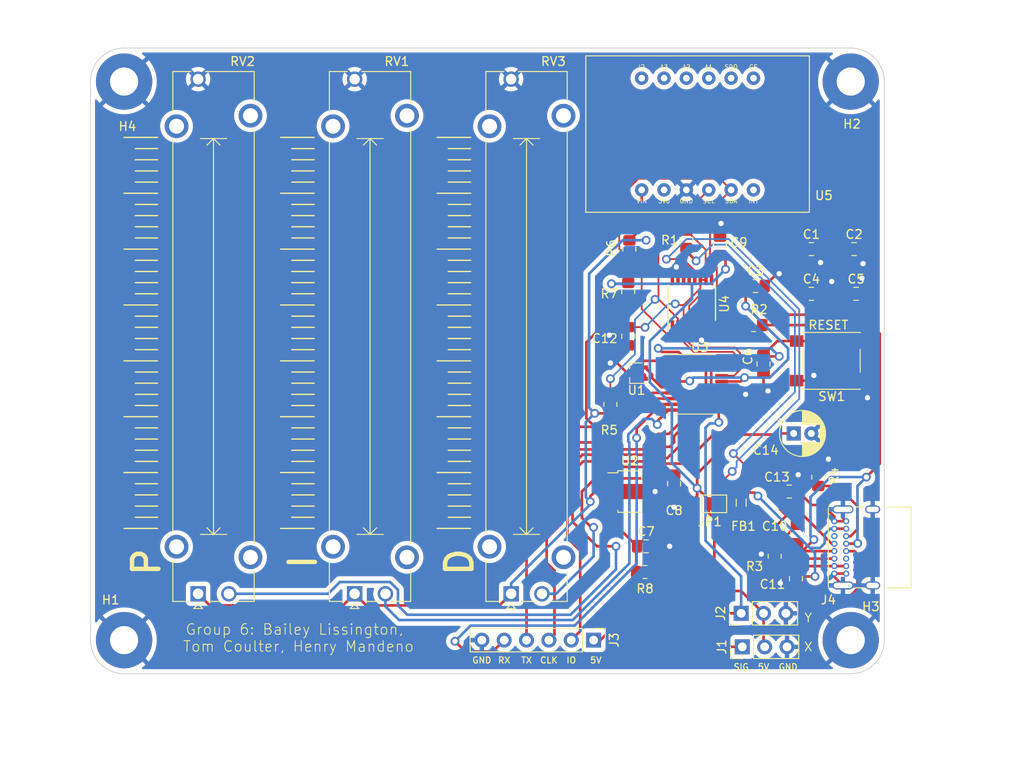
<source format=kicad_pcb>
(kicad_pcb (version 20211014) (generator pcbnew)
  (title_block (title "Stabilised Rocket Platform PCB") (date "2022-08-16") (company "Bailey Lissington, Tom Coulter, Henry Mandeno"))
  (layers (0 "F.Cu" signal) (31 "B.Cu" signal) (34 "B.Paste" user) (35 "F.Paste" user) (36 "B.SilkS" user "B.Silkscreen") (37 "F.SilkS" user "F.Silkscreen") (38 "B.Mask" user) (39 "F.Mask" user) (44 "Edge.Cuts" user))
  (net 0 "")
  (net 1 "+3.3V")
  (net 2 "GND")
  (net 3 "Net-(C6-Pad1)")
  (net 4 "+5V")
  (net 5 "USBDP")
  (net 6 "Net-(C11-Pad1)")
  (net 7 "FTDI_3V3")
  (net 8 "USBDM")
  (net 9 "SERVO1_SIG")
  (net 10 "SERVO2_SIG")
  (net 11 "SWDIO")
  (net 12 "SWCLK")
  (net 13 "MCU_TX")
  (net 14 "MCU_RX")
  (net 15 "Net-(J4-PadA5)")
  (net 17 "Net-(J4-PadB5)")
  (net 19 "Net-(R1-Pad2)")
  (net 20 "Net-(R2-Pad2)")
  (net 21 "SCL")
  (net 22 "SDA")
  (net 23 "POT1")
  (net 24 "POT2")
  (net 25 "POT3")
  (net 26 "HSE_OSC")
  (net 33 "Net-(JP1-Pad2)")
  (footprint "Potentiometer_THT:Potentiometer_Bourns_PTA4543_Single_Slide" (layer "F.Cu") (at 116.36 124.27 90)
    (fp_text reference "RV3")
    (fp_text value "R_Potentiometer")
  )
  (footprint "Connector_PinHeader_2.54mm:PinHeader_1x06_P2.54mm_Vertical" (layer "F.Cu") (at 125.73 129.54 -90)
    (fp_text reference "J3")
    (fp_text value "Conn_01x06_Male")
  )
  (footprint "MountingHole:MountingHole_3.2mm_M3_Pad" (layer "F.Cu") (at 154.94 129.54)
    (fp_text reference "H3")
    (fp_text value "MountingHole_Pad")
  )
  (footprint "Resistor_SMD:R_0805_2012Metric_Pad1.20x1.40mm_HandSolder" (layer "F.Cu") (at 146.304 119.999 90)
    (fp_text reference "R3")
    (fp_text value "5.1k")
  )
  (footprint "MountingHole:MountingHole_3.2mm_M3_Pad" (layer "F.Cu") (at 72.39 129.54)
    (fp_text reference "H1")
    (fp_text value "MountingHole_Pad")
  )
  (footprint "Connector_PinHeader_2.54mm:PinHeader_1x03_P2.54mm_Vertical" (layer "F.Cu") (at 142.621 130.302 90)
    (fp_text reference "J1")
    (fp_text value "Conn_01x03_Male")
  )
  (footprint "Resistor_SMD:R_0805_2012Metric_Pad1.20x1.40mm_HandSolder" (layer "F.Cu") (at 129.667 89.932 -90)
    (fp_text reference "R7")
    (fp_text value "4.7k")
  )
  (footprint "Package_TO_SOT_SMD:SOT-323_SC-70" (layer "F.Cu") (at 130.556 99.187 180)
    (fp_text reference "U1")
    (fp_text value "MAX7375AXR805")
  )
  (footprint "Resistor_SMD:R_0805_2012Metric_Pad1.20x1.40mm_HandSolder" (layer "F.Cu") (at 143.891 93.726 180)
    (fp_text reference "R2")
    (fp_text value "27R")
  )
  (footprint "Resistor_SMD:R_0805_2012Metric_Pad1.20x1.40mm_HandSolder" (layer "F.Cu") (at 127.635 102.743 90)
    (fp_text reference "R5")
    (fp_text value "2.2k")
  )
  (footprint "Capacitor_THT:CP_Radial_D5.0mm_P2.00mm" (layer "F.Cu") (at 148.463 106.045)
    (fp_text reference "C14")
    (fp_text value "4.7u")
  )
  (footprint "Capacitor_SMD:C_0805_2012Metric_Pad1.18x1.45mm_HandSolder" (layer "F.Cu") (at 147.955 112.649)
    (fp_text reference "C13")
    (fp_text value "47p")
  )
  (footprint "Package_SO:SSOP-16_3.9x4.9mm_P0.635mm" (layer "F.Cu") (at 136.906 91.186 90)
    (fp_text reference "U4")
    (fp_text value "FT201XS")
  )
  (footprint "Capacitor_SMD:C_0805_2012Metric_Pad1.18x1.45mm_HandSolder" (layer "F.Cu") (at 134.874 111.76 -90)
    (fp_text reference "C8")
    (fp_text value "10u")
  )
  (footprint "Package_TO_SOT_SMD:SOT-89-3" (layer "F.Cu") (at 129.54 112.649)
    (fp_text reference "U2")
    (fp_text value "AP7370-33Y")
  )
  (footprint "Capacitor_SMD:C_0805_2012Metric_Pad1.18x1.45mm_HandSolder" (layer "F.Cu") (at 148.844 117.475 90)
    (fp_text reference "C10")
    (fp_text value "47p")
  )
  (footprint "Package_SO:TSSOP-20_4.4x6.5mm_P0.65mm" (layer "F.Cu") (at 137.414 100.457)
    (fp_text reference "U3")
    (fp_text value "STM32L011F3Px")
  )
  (footprint "MountingHole:MountingHole_3.2mm_M3_Pad" (layer "F.Cu") (at 154.94 66.04)
    (fp_text reference "H2")
    (fp_text value "MountingHole_Pad")
  )
  (footprint "Potentiometer_THT:Potentiometer_Bourns_PTA4543_Single_Slide" (layer "F.Cu") (at 98.58 124.27 90)
    (fp_text reference "RV1")
    (fp_text value "R_Potentiometer")
  )
  (footprint "Resistor_SMD:R_0805_2012Metric_Pad1.20x1.40mm_HandSolder" (layer "F.Cu") (at 151.257 111.014 90)
    (fp_text reference "R4")
    (fp_text value "5.1k")
  )
  (footprint "CustomFootprints:LIS3DH Accelerometer" (layer "F.Cu") (at 137.541 72.009)
    (fp_text reference "U5")
    (fp_text value "LIS3DH")
  )
  (footprint "Capacitor_SMD:C_0805_2012Metric_Pad1.18x1.45mm_HandSolder" (layer "F.Cu") (at 155.5535 90.17)
    (fp_text reference "C5")
    (fp_text value "1u")
  )
  (footprint "Capacitor_SMD:C_0805_2012Metric_Pad1.18x1.45mm_HandSolder" (layer "F.Cu") (at 131.699 118.872)
    (fp_text reference "C7")
    (fp_text value "10u")
  )
  (footprint "Jumper:SolderJumper-2_P1.3mm_Open_Pad1.0x1.5mm" (layer "F.Cu") (at 139.446 114.046)
    (fp_text reference "JP1")
    (fp_text value "SolderJumper")
  )
  (footprint "Button_Switch_SMD:SW_SPST_PTS645" (layer "F.Cu") (at 152.781 97.79 180)
    (fp_text reference "SW1")
    (fp_text value "SW_Push")
  )
  (footprint "Resistor_SMD:R_0805_2012Metric_Pad1.20x1.40mm_HandSolder" (layer "F.Cu") (at 129.794 85.09 -90)
    (fp_text reference "R6")
    (fp_text value "2.2k")
  )
  (footprint "Capacitor_SMD:C_0805_2012Metric_Pad1.18x1.45mm_HandSolder" (layer "F.Cu") (at 140.081 84.709 90)
    (fp_text reference "C9")
    (fp_text value "0.1u")
  )
  (footprint "Capacitor_SMD:C_0805_2012Metric_Pad1.18x1.45mm_HandSolder" (layer "F.Cu") (at 145.034 98.1495 -90)
    (fp_text reference "C6")
    (fp_text value "0.1u")
  )
  (footprint "Connector_USB:USB_C_Receptacle_GCT_USB4085" (layer "F.Cu") (at 153.074 121.974 90)
    (fp_text reference "J4")
    (fp_text value "USB_C_Receptacle_USB2.0")
  )
  (footprint "Connector_PinHeader_2.54mm:PinHeader_1x03_P2.54mm_Vertical" (layer "F.Cu") (at 142.494 126.492 90)
    (fp_text reference "J2")
    (fp_text value "Conn_01x03_Male")
  )
  (footprint "Capacitor_SMD:C_0805_2012Metric_Pad1.18x1.45mm_HandSolder" (layer "F.Cu") (at 148.717 122.555 -90)
    (fp_text reference "C11")
    (fp_text value "10n")
  )
  (footprint "Inductor_SMD:L_0805_2012Metric_Pad1.05x1.20mm_HandSolder" (layer "F.Cu") (at 142.494 113.919 -90)
    (fp_text reference "FB1")
    (fp_text value "FerriteBead")
  )
  (footprint "Capacitor_SMD:C_0805_2012Metric_Pad1.18x1.45mm_HandSolder" (layer "F.Cu") (at 150.4735 90.17)
    (fp_text reference "C4")
    (fp_text value "0.1u")
  )
  (footprint "Resistor_SMD:R_0805_2012Metric_Pad1.20x1.40mm_HandSolder" (layer "F.Cu") (at 131.572 121.793)
    (fp_text reference "R8")
    (fp_text value "4.7k")
  )
  (footprint "Capacitor_SMD:C_0805_2012Metric_Pad1.18x1.45mm_HandSolder" (layer "F.Cu") (at 155.321 85.09)
    (fp_text reference "C2")
    (fp_text value "0.1u")
  )
  (footprint "MountingHole:MountingHole_3.2mm_M3_Pad" (layer "F.Cu") (at 72.39 66.04)
    (fp_text reference "H4")
    (fp_text value "MountingHole_Pad")
  )
  (footprint "Capacitor_SMD:C_0805_2012Metric_Pad1.18x1.45mm_HandSolder" (layer "F.Cu") (at 129.667 94.996 -90)
    (fp_text reference "C12")
    (fp_text value "0.1u")
  )
  (footprint "Potentiometer_THT:Potentiometer_Bourns_PTA4543_Single_Slide" (layer "F.Cu") (at 80.8 124.27 90)
    (fp_text reference "RV2")
    (fp_text value "R_Potentiometer")
  )
  (footprint "Capacitor_SMD:C_0805_2012Metric_Pad1.18x1.45mm_HandSolder" (layer "F.Cu") (at 150.4735 85.09)
    (fp_text reference "C1")
    (fp_text value "10u")
  )
  (footprint "Resistor_SMD:R_0805_2012Metric_Pad1.20x1.40mm_HandSolder" (layer "F.Cu") (at 136.271 83.963 90)
    (fp_text reference "R1")
    (fp_text value "27R")
  )
  (footprint "Capacitor_SMD:C_0805_2012Metric_Pad1.18x1.45mm_HandSolder" (layer "F.Cu") (at 144.1235 89.281)
    (fp_text reference "C3")
    (fp_text value "0.1u")
  )
  (gr_line (start 76.2 78.74) (end 72.39 78.74) (layer "F.SilkS") (width 0.15))
  (gr_line (start 93.98 82.55) (end 91.44 82.55) (layer "F.SilkS") (width 0.15))
  (gr_line (start 93.98 91.44) (end 90.17 91.44) (layer "F.SilkS") (width 0.15))
  (gr_line (start 76.2 100.33) (end 73.66 100.33) (layer "F.SilkS") (width 0.15))
  (gr_line (start 111.76 115.57) (end 109.22 115.57) (layer "F.SilkS") (width 0.15))
  (gr_line (start 76.2 109.22) (end 73.66 109.22) (layer "F.SilkS") (width 0.15))
  (gr_line (start 76.2 96.52) (end 73.66 96.52) (layer "F.SilkS") (width 0.15))
  (gr_line (start 93.98 74.93) (end 91.44 74.93) (layer "F.SilkS") (width 0.15))
  (gr_line (start 111.76 73.66) (end 109.22 73.66) (layer "F.SilkS") (width 0.15))
  (gr_line (start 93.98 90.17) (end 91.44 90.17) (layer "F.SilkS") (width 0.15))
  (gr_line (start 76.2 74.93) (end 73.66 74.93) (layer "F.SilkS") (width 0.15))
  (gr_line (start 93.98 88.9) (end 91.44 88.9) (layer "F.SilkS") (width 0.15))
  (gr_line (start 111.76 100.33) (end 109.22 100.33) (layer "F.SilkS") (width 0.15))
  (gr_line (start 76.2 104.14) (end 72.39 104.14) (layer "F.SilkS") (width 0.15))
  (gr_line (start 111.76 107.95) (end 109.22 107.95) (layer "F.SilkS") (width 0.15))
  (gr_line (start 76.2 105.41) (end 73.66 105.41) (layer "F.SilkS") (width 0.15))
  (gr_line (start 93.98 92.71) (end 91.44 92.71) (layer "F.SilkS") (width 0.15))
  (gr_line (start 111.76 91.44) (end 107.95 91.44) (layer "F.SilkS") (width 0.15))
  (gr_line (start 111.76 83.82) (end 109.22 83.82) (layer "F.SilkS") (width 0.15))
  (gr_line (start 76.2 88.9) (end 73.66 88.9) (layer "F.SilkS") (width 0.15))
  (gr_line (start 76.2 82.55) (end 73.66 82.55) (layer "F.SilkS") (width 0.15))
  (gr_line (start 93.98 99.06) (end 91.44 99.06) (layer "F.SilkS") (width 0.15))
  (gr_line (start 111.76 96.52) (end 109.22 96.52) (layer "F.SilkS") (width 0.15))
  (gr_line (start 111.76 81.28) (end 109.22 81.28) (layer "F.SilkS") (width 0.15))
  (gr_line (start 93.98 115.57) (end 91.44 115.57) (layer "F.SilkS") (width 0.15))
  (gr_line (start 76.2 86.36) (end 73.66 86.36) (layer "F.SilkS") (width 0.15))
  (gr_line (start 76.2 102.87) (end 73.66 102.87) (layer "F.SilkS") (width 0.15))
  (gr_line (start 111.76 110.49) (end 107.95 110.49) (layer "F.SilkS") (width 0.15))
  (gr_line (start 76.2 85.09) (end 72.39 85.09) (layer "F.SilkS") (width 0.15))
  (gr_line (start 111.76 74.93) (end 109.22 74.93) (layer "F.SilkS") (width 0.15))
  (gr_line (start 76.2 76.2) (end 73.66 76.2) (layer "F.SilkS") (width 0.15))
  (gr_line (start 76.2 83.82) (end 73.66 83.82) (layer "F.SilkS") (width 0.15))
  (gr_line (start 111.76 80.01) (end 109.22 80.01) (layer "F.SilkS") (width 0.15))
  (gr_line (start 111.76 85.09) (end 107.95 85.09) (layer "F.SilkS") (width 0.15))
  (gr_line (start 76.2 80.01) (end 73.66 80.01) (layer "F.SilkS") (width 0.15))
  (gr_line (start 93.98 105.41) (end 91.44 105.41) (layer "F.SilkS") (width 0.15))
  (gr_line (start 76.2 87.63) (end 73.66 87.63) (layer "F.SilkS") (width 0.15))
  (gr_line (start 111.76 99.06) (end 109.22 99.06) (layer "F.SilkS") (width 0.15))
  (gr_line (start 93.98 93.98) (end 91.44 93.98) (layer "F.SilkS") (width 0.15))
  (gr_line (start 111.76 82.55) (end 109.22 82.55) (layer "F.SilkS") (width 0.15))
  (gr_line (start 93.98 113.03) (end 91.44 113.03) (layer "F.SilkS") (width 0.15))
  (gr_line (start 93.98 86.36) (end 91.44 86.36) (layer "F.SilkS") (width 0.15))
  (gr_line (start 93.98 77.47) (end 91.44 77.47) (layer "F.SilkS") (width 0.15))
  (gr_line (start 93.98 81.28) (end 91.44 81.28) (layer "F.SilkS") (width 0.15))
  (gr_line (start 111.76 97.79) (end 107.95 97.79) (layer "F.SilkS") (width 0.15))
  (gr_line (start 93.98 101.6) (end 91.44 101.6) (layer "F.SilkS") (width 0.15))
  (gr_line (start 111.76 106.68) (end 109.22 106.68) (layer "F.SilkS") (width 0.15))
  (gr_line (start 111.76 95.25) (end 109.22 95.25) (layer "F.SilkS") (width 0.15))
  (gr_line (start 76.2 97.79) (end 72.39 97.79) (layer "F.SilkS") (width 0.15))
  (gr_line (start 111.76 111.76) (end 109.22 111.76) (layer "F.SilkS") (width 0.15))
  (gr_line (start 93.98 83.82) (end 91.44 83.82) (layer "F.SilkS") (width 0.15))
  (gr_line (start 76.2 101.6) (end 73.66 101.6) (layer "F.SilkS") (width 0.15))
  (gr_line (start 76.2 81.28) (end 73.66 81.28) (layer "F.SilkS") (width 0.15))
  (gr_line (start 76.2 110.49) (end 72.39 110.49) (layer "F.SilkS") (width 0.15))
  (gr_line (start 76.2 95.25) (end 73.66 95.25) (layer "F.SilkS") (width 0.15))
  (gr_line (start 111.76 87.63) (end 109.22 87.63) (layer "F.SilkS") (width 0.15))
  (gr_line (start 93.98 85.09) (end 90.17 85.09) (layer "F.SilkS") (width 0.15))
  (gr_line (start 93.98 107.95) (end 91.44 107.95) (layer "F.SilkS") (width 0.15))
  (gr_line (start 93.98 111.76) (end 91.44 111.76) (layer "F.SilkS") (width 0.15))
  (gr_line (start 76.2 72.39) (end 72.39 72.39) (layer "F.SilkS") (width 0.15))
  (gr_line (start 76.2 116.84) (end 72.39 116.84) (layer "F.SilkS") (width 0.15))
  (gr_line (start 93.98 116.84) (end 90.17 116.84) (layer "F.SilkS") (width 0.15))
  (gr_line (start 93.98 96.52) (end 91.44 96.52) (layer "F.SilkS") (width 0.15))
  (gr_line (start 93.98 72.39) (end 90.17 72.39) (layer "F.SilkS") (width 0.15))
  (gr_line (start 93.98 106.68) (end 91.44 106.68) (layer "F.SilkS") (width 0.15))
  (gr_line (start 111.76 114.3) (end 109.22 114.3) (layer "F.SilkS") (width 0.15))
  (gr_line (start 111.76 76.2) (end 109.22 76.2) (layer "F.SilkS") (width 0.15))
  (gr_line (start 76.2 106.68) (end 73.66 106.68) (layer "F.SilkS") (width 0.15))
  (gr_line (start 76.2 93.98) (end 73.66 93.98) (layer "F.SilkS") (width 0.15))
  (gr_line (start 111.76 109.22) (end 109.22 109.22) (layer "F.SilkS") (width 0.15))
  (gr_line (start 76.2 115.57) (end 73.66 115.57) (layer "F.SilkS") (width 0.15))
  (gr_line (start 76.2 99.06) (end 73.66 99.06) (layer "F.SilkS") (width 0.15))
  (gr_line (start 93.98 114.3) (end 91.44 114.3) (layer "F.SilkS") (width 0.15))
  (gr_line (start 76.2 107.95) (end 73.66 107.95) (layer "F.SilkS") (width 0.15))
  (gr_line (start 93.98 73.66) (end 91.44 73.66) (layer "F.SilkS") (width 0.15))
  (gr_line (start 93.98 102.87) (end 91.44 102.87) (layer "F.SilkS") (width 0.15))
  (gr_line (start 76.2 113.03) (end 73.66 113.03) (layer "F.SilkS") (width 0.15))
  (gr_line (start 111.76 104.14) (end 107.95 104.14) (layer "F.SilkS") (width 0.15))
  (gr_line (start 93.98 97.79) (end 90.17 97.79) (layer "F.SilkS") (width 0.15))
  (gr_line (start 76.2 90.17) (end 73.66 90.17) (layer "F.SilkS") (width 0.15))
  (gr_line (start 93.98 95.25) (end 91.44 95.25) (layer "F.SilkS") (width 0.15))
  (gr_line (start 111.76 88.9) (end 109.22 88.9) (layer "F.SilkS") (width 0.15))
  (gr_line (start 93.98 109.22) (end 91.44 109.22) (layer "F.SilkS") (width 0.15))
  (gr_line (start 111.76 92.71) (end 109.22 92.71) (layer "F.SilkS") (width 0.15))
  (gr_line (start 111.76 113.03) (end 109.22 113.03) (layer "F.SilkS") (width 0.15))
  (gr_line (start 111.76 102.87) (end 109.22 102.87) (layer "F.SilkS") (width 0.15))
  (gr_line (start 111.76 78.74) (end 107.95 78.74) (layer "F.SilkS") (width 0.15))
  (gr_line (start 93.98 110.49) (end 90.17 110.49) (layer "F.SilkS") (width 0.15))
  (gr_line (start 111.76 101.6) (end 109.22 101.6) (layer "F.SilkS") (width 0.15))
  (gr_line (start 111.76 93.98) (end 109.22 93.98) (layer "F.SilkS") (width 0.15))
  (gr_line (start 93.98 78.74) (end 90.17 78.74) (layer "F.SilkS") (width 0.15))
  (gr_line (start 111.76 86.36) (end 109.22 86.36) (layer "F.SilkS") (width 0.15))
  (gr_line (start 111.76 105.41) (end 109.22 105.41) (layer "F.SilkS") (width 0.15))
  (gr_line (start 111.76 116.84) (end 107.95 116.84) (layer "F.SilkS") (width 0.15))
  (gr_line (start 93.98 80.01) (end 91.44 80.01) (layer "F.SilkS") (width 0.15))
  (gr_line (start 76.2 77.47) (end 73.66 77.47) (layer "F.SilkS") (width 0.15))
  (gr_line (start 93.98 87.63) (end 91.44 87.63) (layer "F.SilkS") (width 0.15))
  (gr_line (start 93.98 104.14) (end 90.17 104.14) (layer "F.SilkS") (width 0.15))
  (gr_line (start 93.98 76.2) (end 91.44 76.2) (layer "F.SilkS") (width 0.15))
  (gr_line (start 76.2 111.76) (end 73.66 111.76) (layer "F.SilkS") (width 0.15))
  (gr_line (start 76.2 91.44) (end 72.39 91.44) (layer "F.SilkS") (width 0.15))
  (gr_line (start 76.2 92.71) (end 73.66 92.71) (layer "F.SilkS") (width 0.15))
  (gr_line (start 111.76 90.17) (end 109.22 90.17) (layer "F.SilkS") (width 0.15))
  (gr_line (start 111.76 77.47) (end 109.22 77.47) (layer "F.SilkS") (width 0.15))
  (gr_line (start 93.98 100.33) (end 91.44 100.33) (layer "F.SilkS") (width 0.15))
  (gr_line (start 76.2 73.66) (end 73.66 73.66) (layer "F.SilkS") (width 0.15))
  (gr_line (start 111.76 72.39) (end 107.95 72.39) (layer "F.SilkS") (width 0.15))
  (gr_line (start 76.2 114.3) (end 73.66 114.3) (layer "F.SilkS") (width 0.15))
  (gr_line (start 154.94 133.35) (end 72.39 133.35) (layer "Edge.Cuts") (width 0.1))
  (gr_line (start 158.75 66.04) (end 158.75 129.54) (layer "Edge.Cuts") (width 0.1))
  (gr_line (start 68.58 129.54) (end 68.58 66.04) (layer "Edge.Cuts") (width 0.1))
  (gr_arc (start 72.39 133.35) (mid 69.695923 132.234077) (end 68.58 129.54) (layer "Edge.Cuts") (width 0.1))
  (gr_rect (start 162.56 97.79) (end 162.56 97.79) (layer "Edge.Cuts") (width 0.1) (fill none))
  (gr_line (start 72.39 62.23) (end 154.94 62.23) (layer "Edge.Cuts") (width 0.1))
  (gr_arc (start 68.58 66.04) (mid 69.695923 63.345923) (end 72.39 62.23) (layer "Edge.Cuts") (width 0.1))
  (gr_arc (start 158.75 129.54) (mid 157.634077 132.234077) (end 154.94 133.35) (layer "Edge.Cuts") (width 0.1))
  (gr_arc (start 154.94 62.23) (mid 157.634077 63.345923) (end 158.75 66.04) (layer "Edge.Cuts") (width 0.1))
  (gr_text "RX" (at 115.57 131.826) (layer "F.SilkS") (effects (font (size 0.7 0.7) (thickness 0.125))))
  (gr_text "5V" (at 125.984 131.826) (layer "F.SilkS") (effects (font (size 0.7 0.7) (thickness 0.125))))
  (gr_text "GND" (at 113.03 131.826) (layer "F.SilkS") (effects (font (size 0.7 0.7) (thickness 0.125))))
  (gr_text "TX" (at 118.11 131.826) (layer "F.SilkS") (effects (font (size 0.7 0.7) (thickness 0.125))))
  (gr_text "GND" (at 147.828 132.588) (layer "F.SilkS") (effects (font (size 0.7 0.7) (thickness 0.125))))
  (gr_text "X" (at 150.114 130.302) (layer "F.SilkS") (effects (font (size 1 1) (thickness 0.125))))
  (gr_text "Group 6: Bailey Lissington, \nTom Coulter, Henry Mandeno" (at 92.202 129.286) (layer "F.SilkS") (effects (font (size 1.2 1.2) (thickness 0.1))))
  (gr_text "RESET" (at 152.4 93.726) (layer "F.SilkS") (effects (font (size 1 1))))
  (gr_text "IO" (at 123.19 131.826) (layer "F.SilkS") (effects (font (size 0.7 0.7) (thickness 0.125))))
  (gr_text "CLK" (at 120.65 131.826) (layer "F.SilkS") (effects (font (size 0.7 0.7) (thickness 0.125))))
  (gr_text "D" (at 110.49 120.65 90) (layer "F.SilkS") (effects (font (size 3 3) (thickness 0.5))))
  (gr_text "Y" (at 150.114 127) (layer "F.SilkS") (effects (font (size 1 1) (thickness 0.125))))
  (gr_text "SIG" (at 142.494 132.588) (layer "F.SilkS") (effects (font (size 0.7 0.7) (thickness 0.125))))
  (gr_text "P" (at 74.93 120.65 90) (layer "F.SilkS") (effects (font (size 3 3) (thickness 0.5))))
  (gr_text "I" (at 92.71 120.65 90) (layer "F.SilkS") (effects (font (size 3 3) (thickness 0.5))))
  (gr_text "5V" (at 145.034 132.588) (layer "F.SilkS") (effects (font (size 0.7 0.7) (thickness 0.125))))
  (segment (start 143.002 89.365) (end 143.086 89.281) (width 0.3) (layer "F.Cu") (net 1))
  (segment (start 133.619528 100.132) (end 133.096 99.608472) (width 0.3) (layer "F.Cu") (net 1))
  (segment (start 131.064 97.79) (end 133.35 97.79) (width 0.3) (layer "F.Cu") (net 1))
  (segment (start 131.699 84.074) (end 129.81 84.074) (width 0.3) (layer "F.Cu") (net 1))
  (segment (start 154.516 90.17) (end 153.341 91.345) (width 0.3) (layer "F.Cu") (net 1))
  (segment (start 149.436 85.09) (end 150.611 83.915) (width 0.3) (layer "F.Cu") (net 1))
  (segment (start 157.6285 91.1645) (end 157.6285 84.4765) (width 0.3) (layer "F.Cu") (net 1))
  (segment (start 157.6285 84.4765) (end 157.067 83.915) (width 0.3) (layer "F.Cu") (net 1))
  (segment (start 133.096 98.044) (end 133.608 97.532) (width 0.3) (layer "F.Cu") (net 1))
  (segment (start 98.58 124.27) (end 99.905 125.595) (width 0.3) (layer "F.Cu") (net 1))
  (segment (start 97.255 125.595) (end 98.58 124.27) (width 0.3) (layer "F.Cu") (net 1))
  (segment (start 127.619 103.759) (end 127.635 103.743) (width 0.3) (layer "F.Cu") (net 1))
  (segment (start 143.002 91.567) (end 143.002 89.365) (width 0.3) (layer "F.Cu") (net 1))
  (segment (start 130.81 99.314) (end 130.683 99.187) (width 0.3) (layer "F.Cu") (net 1))
  (segment (start 125.349 113.19) (end 127.39 111.149) (width 0.3) (layer "F.Cu") (net 1))
  (segment (start 131.556 99.425) (end 131.445 99.314) (width 0.3) (layer "F.Cu") (net 1))
  (segment (start 136.596 100.132) (end 134.5515 100.132) (width 0.3) (layer "F.Cu") (net 1))
  (segment (start 125.857 103.759) (end 127.619 103.759) (width 0.3) (layer "F.Cu") (net 1))
  (segment (start 142.438 100.132) (end 140.2765 100.132) (width 0.3) (layer "F.Cu") (net 1))
  (segment (start 134.874 110.7225) (end 134.4475 111.149) (width 0.3) (layer "F.Cu") (net 1))
  (segment (start 149.436 90.17) (end 149.436 85.09) (width 0.3) (layer "F.Cu") (net 1))
  (segment (start 136.652 100.076) (end 136.596 100.132) (width 0.3) (layer "F.Cu") (net 1))
  (segment (start 150.611 83.915) (end 153.1085 83.915) (width 0.3) (layer "F.Cu") (net 1))
  (segment (start 82.125 125.595) (end 97.255 125.595) (width 0.3) (layer "F.Cu") (net 1))
  (segment (start 143.086 89.281) (end 146.35 92.545) (width 0.3) (layer "F.Cu") (net 1))
  (segment (start 134.4475 111.149) (end 127.89 111.149) (width 0.3) (layer "F.Cu") (net 1))
  (segment (start 146.35 92.545) (end 156.248 92.545) (width 0.3) (layer "F.Cu") (net 1))
  (segment (start 156.248 92.545) (end 157.6285 91.1645) (width 0.3) (layer "F.Cu") (net 1))
  (segment (start 127.65 103.743) (end 131.556 99.837) (width 0.3) (layer "F.Cu") (net 1))
  (segment (start 127.635 103.743) (end 127.65 103.743) (width 0.3) (layer "F.Cu") (net 1))
  (segment (start 142.875 99.695) (end 142.438 100.132) (width 0.3) (layer "F.Cu") (net 1))
  (segment (start 131.556 99.837) (end 131.556 99.425) (width 0.3) (layer "F.Cu") (net 1))
  (segment (start 153.1085 83.915) (end 154.2835 85.09) (width 0.3) (layer "F.Cu") (net 1))
  (segment (start 129.81 84.074) (end 129.794 84.09) (width 0.3) (layer "F.Cu") (net 1))
  (segment (start 150.611 91.345) (end 149.436 90.17) (width 0.3) (layer "F.Cu") (net 1))
  (segment (start 131.191 82.693) (end 129.794 84.09) (width 0.3) (layer "F.Cu") (net 1))
  (segment (start 157.067 83.915) (end 155.4585 83.915) (width 0.3) (layer "F.Cu") (net 1))
  (segment (start 115.035 125.595) (end 116.36 124.27) (width 0.3) (layer "F.Cu") (net 1))
  (segment (start 125.349 113.792) (end 125.349 113.19) (width 0.3) (layer "F.Cu") (net 1))
  (segment (start 153.341 91.345) (end 150.611 91.345) (width 0.3) (layer "F.Cu") (net 1))
  (segment (start 130.683 99.187) (end 130.683 98.171) (width 0.3) (layer "F.Cu") (net 1))
  (segment (start 99.905 125.595) (end 115.035 125.595) (width 0.3) (layer "F.Cu") (net 1))
  (segment (start 131.191 78.359) (end 131.191 82.693) (width 0.3) (layer "F.Cu") (net 1))
  (segment (start 133.096 99.608472) (end 133.096 98.044) (width 0.3) (layer "F.Cu") (net 1))
  (segment (start 134.5515 100.132) (end 133.619528 100.132) (width 0.3) (layer "F.Cu") (net 1))
  (segment (start 130.683 98.171) (end 131.064 97.79) (width 0.3) (layer "F.Cu") (net 1))
  (segment (start 80.8 124.27) (end 82.125 125.595) (width 0.3) (layer "F.Cu") (net 1))
  (segment (start 131.445 99.314) (end 130.81 99.314) (width 0.3) (layer "F.Cu") (net 1))
  (segment (start 155.4585 83.915) (end 154.2835 85.09) (width 0.3) (layer "F.Cu") (net 1))
  (segment (start 127.39 111.149) (end 127.89 111.149) (width 0.3) (layer "F.Cu") (net 1))
  (segment (start 127.611 111.149) (end 127.89 111.149) (width 0.3) (layer "F.Cu") (net 1))
  (segment (start 133.608 97.532) (end 134.5515 97.532) (width 0.3) (layer "F.Cu") (net 1))
  (via (at 143.002 91.567) (size 1) (drill 0.6) (layers "F.Cu" "B.Cu") (net 1))
  (via (at 125.349 113.792) (size 1) (drill 0.6) (layers "F.Cu" "B.Cu") (net 1))
  (via (at 125.857 103.759) (size 1) (drill 0.6) (layers "F.Cu" "B.Cu") (net 1))
  (via (at 131.699 84.074) (size 1) (drill 0.6) (layers "F.Cu" "B.Cu") (net 1))
  (via (at 142.875 99.695) (size 1) (drill 0.6) (layers "F.Cu" "B.Cu") (net 1))
  (via (at 136.652 100.076) (size 1) (drill 0.6) (layers "F.Cu" "B.Cu") (net 1))
  (segment (start 142.875 99.695) (end 137.033 99.695) (width 0.3) (layer "B.Cu") (net 1))
  (segment (start 147.828 96.393) (end 143.002 91.567) (width 0.3) (layer "B.Cu") (net 1))
  (segment (start 116.36 123.095) (end 125.349 114.106) (width 0.3) (layer "B.Cu") (net 1))
  (segment (start 129.032 84.074) (end 131.699 84.074) (width 0.3) (layer "B.Cu") (net 1))
  (segment (start 142.875 99.695) (end 145.742503 99.695) (width 0.3) (layer "B.Cu") (net 1))
  (segment (start 125.857 103.759) (end 125.222 103.124) (width 0.3) (layer "B.Cu") (net 1))
  (segment (start 125.857 103.759) (end 124.841 104.775) (width 0.3) (layer "B.Cu") (net 1))
  (segment (start 116.36 124.27) (end 116.36 123.095) (width 0.3) (layer "B.Cu") (net 1))
  (segment (start 124.841 113.284) (end 125.349 113.792) (width 0.3) (layer "B.Cu") (net 1))
  (segment (start 125.222 103.124) (end 125.222 87.884) (width 0.3) (layer "B.Cu") (net 1))
  (segment (start 125.349 114.106) (end 125.349 113.792) (width 0.3) (layer "B.Cu") (net 1))
  (segment (start 145.742503 99.695) (end 147.828 97.609503) (width 0.3) (layer "B.Cu") (net 1))
  (segment (start 125.222 87.884) (end 129.032 84.074) (width 0.3) (layer "B.Cu") (net 1))
  (segment (start 147.828 97.609503) (end 147.828 96.393) (width 0.3) (layer "B.Cu") (net 1))
  (segment (start 137.033 99.695) (end 136.652 100.076) (width 0.3) (layer "B.Cu") (net 1))
  (segment (start 124.841 104.775) (end 124.841 113.284) (width 0.3) (layer "B.Cu") (net 1))
  (segment (start 128.413 98.044) (end 129.556 99.187) (width 0.3) (layer "F.Cu") (net 2))
  (segment (start 145.034 100.711) (end 145.542 101.219) (width 0.3) (layer "F.Cu") (net 2))
  (segment (start 147.4685 123.5925) (end 146.939 123.063) (width 0.3) (layer "F.Cu") (net 2))
  (segment (start 151.511 85.09) (end 151.511 86.614) (width 0.3) (layer "F.Cu") (net 2))
  (segment (start 151.511 90.043) (end 152.781 88.773) (width 0.3) (layer "F.Cu") (net 2))
  (segment (start 146.304 118.999) (end 145.542 118.999) (width 0.3) (layer "F.Cu") (net 2))
  (segment (start 153.074 116.024) (end 154.424 116.024) (width 0.3) (layer "F.Cu") (net 2))
  (segment (start 156.3585 86.7195) (end 156.337 86.741) (width 0.3) (layer "F.Cu") (net 2))
  (segment (start 154.054 115.654) (end 154.424 116.024) (width 0.3) (layer "F.Cu") (net 2))
  (segment (start 148.9925 112.649) (end 148.9925 110.7655) (width 0.3) (layer "F.Cu") (net 2))
  (segment (start 140.2765 100.782) (end 142.184 100.782) (width 0.3) (layer "F.Cu") (net 2))
  (segment (start 145.542 118.999) (end 144.78 119.761) (width 0.3) (layer "F.Cu") (net 2))
  (segment (start 151.765 114.173) (end 150.5165 114.173) (width 0.3) (layer "F.Cu") (net 2))
  (segment (start 127.508 94.869) (end 128.5025 94.869) (width 0.3) (layer "F.Cu") (net 2))
  (segment (start 140.081 83.6715) (end 140.081 82.296) (width 0.3) (layer "F.Cu") (net 2))
  (segment (start 127.635 98.044) (end 128.413 98.044) (width 0.3) (layer "F.Cu") (net 2))
  (segment (start 140.081 82.296) (end 140.208 82.169) (width 0.3) (layer "F.Cu") (net 2))
  (segment (start 134.874 112.7975) (end 134.874 114.427) (width 0.3) (layer "F.Cu") (net 2))
  (segment (start 153.074 122.344) (end 154.054 123.324) (width 0.3) (layer "F.Cu") (net 2))
  (segment (start 156.591 90.17) (end 156.591 88.773) (width 0.3) (layer "F.Cu") (net 2))
  (segment (start 136.5885 88.586) (end 136.5885 87.621) (width 0.2) (layer "F.Cu") (net 2))
  (segment (start 151.511 90.17) (end 151.511 90.043) (width 0.3) (layer "F.Cu") (net 2))
  (segment (start 137.2235 94.6635) (end 137.99 95.43) (width 0.3) (layer "F.Cu") (net 2))
  (segment (start 151.352 110.014) (end 152.4 108.966) (width 0.3) (layer "F.Cu") (net 2))
  (segment (start 156.761 101.897) (end 156.845 101.981) (width 0.3) (layer "F.Cu") (net 2))
  (segment (start 136.2275 87.26) (end 135.266 87.26) (width 0.2) (layer "F.Cu") (net 2))
  (segment (start 148.801 100.04) (end 150.15 100.04) (width 0.3) (layer "F.Cu") (net 2))
  (segment (start 148.844 116.459) (end 148.844 116.4375) (width 0.3) (layer "F.Cu") (net 2))
  (segment (start 128.5025 94.869) (end 129.667 96.0335) (width 0.3) (layer "F.Cu") (net 2))
  (segment (start 148.717 123.5925) (end 147.4685 123.5925) (width 0.3) (layer "F.Cu") (net 2))
  (segment (start 127.9775 112.649) (end 132.715 112.649) (width 0.3) (layer "F.Cu") (net 2))
  (segment (start 134.366 118.872) (end 132.7365 118.872) (width 0.3) (layer "F.Cu") (net 2))
  (segment (start 148.9925 110.7655) (end 148.971 110.744) (width 0.3) (layer "F.Cu") (net 2))
  (segment (start 156.3585 85.09) (end 156.3585 86.7195) (width 0.3) (layer "F.Cu") (net 2))
  (segment (start 146.558 87.884) (end 145.161 89.281) (width 0.3) (layer "F.Cu") (net 2))
  (segment (start 150.5165 114.173) (end 148.9925 112.649) (width 0.3) (layer "F.Cu") (net 2))
  (segment (start 153.074 116.024) (end 153.074 115.482) (width 0.3) (layer "F.Cu") (net 2))
  (segment (start 137.2235 93.786) (end 137.2235 94.6635) (width 0.3) (layer "F.Cu") (net 2))
  (segment (start 145.034 99.187) (end 145.034 100.711) (width 0.3) (layer "F.Cu") (net 2))
  (segment (start 156.591 88.773) (end 156.21 88.392) (width 0.3) (layer "F.Cu") (net 2))
  (segment (start 154.054 114.674) (end 154.054 115.654) (width 0.3) (layer "F.Cu") (net 2))
  (segment (start 153.074 115.482) (end 151.765 114.173) (width 0.3) (layer "F.Cu") (net 2))
  (segment (start 153.074 121.974) (end 153.074 122.344) (width 0.3) (layer "F.Cu") (net 2))
  (segment (start 156.761 100.04) (end 156.761 101.897) (width 0.3) (layer "F.Cu") (net 2))
  (segment (start 150.15 100.04) (end 150.749 99.441) (width 0.3) (layer "F.Cu") (net 2))
  (segment (start 142.184 100.782) (end 143.002 101.6) (width 0.3) (layer "F.Cu") (net 2))
  (segment (start 153.074 121.974) (end 154.424 121.974) (width 0.3) (layer "F.Cu") (net 2))
  (segment (start 136.5885 87.621) (end 136.2275 87.26) (width 0.2) (layer "F.Cu") (net 2))
  (segment (start 151.257 110.014) (end 151.352 110.014) (width 0.3) (layer "F.Cu") (net 2))
  (segment (start 146.304 118.999) (end 148.844 116.459) (width 0.3) (layer "F.Cu") (net 2))
  (segment (start 135.266 87.26) (end 135.128 87.122) (width 0.2) (layer "F.Cu") (net 2))
  (segment (start 146.812 87.884) (end 146.558 87.884) (width 0.3) (layer "F.Cu") (net 2))
  (via (at 145.542 101.219) (size 1) (drill 0.6) (layers "F.Cu" "B.Cu") (net 2))
  (via (at 140.208 82.169) (size 1) (drill 0.6) (layers "F.Cu" "B.Cu") (net 2))
  (via (at 134.874 114.427) (size 1) (drill 0.6) (layers "F.Cu" "B.Cu") (net 2))
  (via (at 152.4 108.966) (size 1) (drill 0.6) (layers "F.Cu" "B.Cu") (net 2))
  (via (at 151.511 86.614) (size 1) (drill 0.6) (layers "F.Cu" "B.Cu") (net 2))
  (via (at 132.715 112.649) (size 1) (drill 0.6) (layers "F.Cu" "B.Cu") (net 2))
  (via (at 150.749 99.441) (size 1) (drill 0.6) (layers "F.Cu" "B.Cu") (net 2))
  (via (at 156.337 86.741) (size 1) (drill 0.6) (layers "F.Cu" "B.Cu") (net 2))
  (via (at 156.845 101.981) (size 1) (drill 0.6) (layers "F.Cu" "B.Cu") (net 2))
  (via (at 134.366 118.872) (size 1) (drill 0.6) (layers "F.Cu" "B.Cu") (net 2))
  (via (at 127.635 98.044) (size 1) (drill 0.6) (layers "F.Cu" "B.Cu") (net 2))
  (via (at 144.78 119.761) (size 1) (drill 0.6) (layers "F.Cu" "B.Cu") (net 2))
  (via (at 148.971 110.744) (size 1) (drill 0.6) (layers "F.Cu" "B.Cu") (net 2))
  (via (at 146.812 87.884) (size 1) (drill 0.6) (layers "F.Cu" "B.Cu") (net 2))
  (via (at 135.128 87.122) (size 1) (drill 0.6) (layers "F.Cu" "B.Cu") (net 2))
  (via (at 127.508 94.869) (size 1) (drill 0.6) (layers "F.Cu" "B.Cu") (net 2))
  (via (at 137.99 95.43) (size 1) (drill 0.6) (layers "F.Cu" "B.Cu") (net 2))
  (via (at 143.002 101.6) (size 1) (drill 0.6) (layers "F.Cu" "B.Cu") (net 2))
  (via (at 152.781 88.773) (size 1) (drill 0.6) (layers "F.Cu" "B.Cu") (net 2))
  (via (at 156.21 88.392) (size 1) (drill 0.6) (layers "F.Cu" "B.Cu") (net 2))
  (via (at 146.939 123.063) (size 1) (drill 0.6) (layers "F.Cu" "B.Cu") (net 2))
  (segment (start 135.585183 99.482) (end 134.5515 99.482) (width 0.3) (layer "F.Cu") (net 3))
  (segment (start 146.606 95.54) (end 148.801 95.54) (width 0.3) (layer "F.Cu") (net 3))
  (segment (start 145.204 97.282) (end 145.034 97.112) (width 0.3) (layer "F.Cu") (net 3))
  (segment (start 145.034 97.112) (end 146.606 95.54) (width 0.3) (layer "F.Cu") (net 3))
  (segment (start 135.763 99.304183) (end 135.585183 99.482) (width 0.3) (layer "F.Cu") (net 3))
  (segment (start 146.812 97.282) (end 145.204 97.282) (width 0.3) (layer "F.Cu") (net 3))
  (segment (start 148.801 95.54) (end 156.761 95.54) (width 0.3) (layer "F.Cu") (net 3))
  (segment (start 135.763 97.155) (end 135.763 99.304183) (width 0.3) (layer "F.Cu") (net 3))
  (segment (start 133.068899 96.365899) (end 133.477 96.774) (width 0.3) (layer "F.Cu") (net 3))
  (segment (start 135.382 96.774) (end 135.763 97.155) (width 0.3) (layer "F.Cu") (net 3))
  (segment (start 133.477 96.774) (end 135.382 96.774) (width 0.3) (layer "F.Cu") (net 3))
  (via (at 146.812 97.282) (size 1) (drill 0.6) (layers "F.Cu" "B.Cu") (net 3))
  (via (at 133.068899 96.365899) (size 1) (drill 0.6) (layers "F.Cu" "B.Cu") (net 3))
  (segment (start 145.895899 96.365899) (end 146.812 97.282) (width 0.3) (layer "B.Cu") (net 3))
  (segment (start 133.068899 96.365899) (end 145.895899 96.365899) (width 0.3) (layer "B.Cu") (net 3))
  (segment (start 130.6615 118.872) (end 134.1565 115.377) (width 0.3) (layer "F.Cu") (net 4))
  (segment (start 146.136 106.172) (end 146.263 106.045) (width 0.3) (layer "F.Cu") (net 4))
  (segment (start 139.446 117.186) (end 140.166 116.466) (width 0.3) (layer "F.Cu") (net 4))
  (segment (start 138.796 114.046) (end 138.796 113.5675) (width 0.3) (layer "F.Cu") (net 4))
  (segment (start 130.572 118.9615) (end 130.6615 118.872) (width 0.3) (layer "F.Cu") (net 4))
  (segment (start 135.267503 115.377) (end 134.1565 115.377) (width 0.3) (layer "F.Cu") (net 4))
  (segment (start 130.572 121.793) (end 130.572 118.9615) (width 0.3) (layer "F.Cu") (net 4))
  (segment (start 126.492 129.54) (end 125.73 129.54) (width 0.3) (layer "F.Cu") (net 4))
  (segment (start 138.796 113.5675) (end 137.4965 112.268) (width 0.3) (layer "F.Cu") (net 4))
  (segment (start 145.034 126.492) (end 142.494 123.952) (width 0.3) (layer "F.Cu") (net 4))
  (segment (start 127.89 116.1005) (end 130.6615 118.872) (width 0.3) (layer "F.Cu") (net 4))
  (segment (start 129.572 89.027) (end 129.667 88.932) (width 0.3) (layer "F.Cu") (net 4))
  (segment (start 145.034 126.492) (end 145.034 130.175) (width 0.3) (layer "F.Cu") (net 4))
  (segment (start 137.4965 113.2015) (end 137.4965 112.268) (width 0.3) (layer "F.Cu") (net 4))
  (segment (start 135.267503 115.377) (end 137.4965 113.148003) (width 0.3) (layer "F.Cu") (net 4))
  (segment (start 130.572 121.793) (end 130.572 125.46) (width 0.3) (layer "F.Cu") (net 4))
  (segment (start 137.4965 110.621028) (end 141.945528 106.172) (width 0.3) (layer "F.Cu") (net 4))
  (segment (start 137.4965 113.148003) (end 137.4965 112.268) (width 0.3) (layer "F.Cu") (net 4))
  (segment (start 146.263 106.045) (end 148.463 106.045) (width 0.3) (layer "F.Cu") (net 4))
  (segment (start 142.494 115.069) (end 141.563 115.069) (width 0.3) (layer "F.Cu") (net 4))
  (segment (start 137.4965 112.268) (end 137.4965 110.621028) (width 0.3) (layer "F.Cu") (net 4))
  (segment (start 142.494 123.952) (end 141.621 123.952) (width 0.3) (layer "F.Cu") (net 4))
  (segment (start 135.321 115.377) (end 137.4965 113.2015) (width 0.3) (layer "F.Cu") (net 4))
  (segment (start 141.945528 106.172) (end 146.136 106.172) (width 0.3) (layer "F.Cu") (net 4))
  (segment (start 139.446 121.777) (end 139.446 117.186) (width 0.3) (layer "F.Cu") (net 4))
  (segment (start 141.621 123.952) (end 139.446 121.777) (width 0.3) (layer "F.Cu") (net 4))
  (segment (start 127.762 89.027) (end 129.572 89.027) (width 0.3) (layer "F.Cu") (net 4))
  (segment (start 140.716 87.376) (end 140.716 86.3815) (width 0.3) (layer "F.Cu") (net 4))
  (segment (start 140.716 86.3815) (end 140.081 85.7465) (width 0.3) (layer "F.Cu") (net 4))
  (segment (start 130.572 125.46) (end 126.492 129.54) (width 0.3) (layer "F.Cu") (net 4))
  (segment (start 138.796 114.046) (end 138.796 115.096) (width 0.3) (layer "F.Cu") (net 4))
  (segment (start 138.796 115.096) (end 140.166 116.466) (width 0.3) (layer "F.Cu") (net 4))
  (segment (start 127.89 114.149) (end 127.89 116.1005) (width 0.3) (layer "F.Cu") (net 4))
  (segment (start 141.563 115.069) (end 140.166 116.466) (width 0.3) (layer "F.Cu") (net 4))
  (segment (start 145.034 130.175) (end 145.161 130.302) (width 0.3) (layer "F.Cu") (net 4))
  (via (at 140.716 87.376) (size 1) (drill 0.6) (layers "F.Cu" "B.Cu") (net 4))
  (via (at 127.762 89.027) (size 1) (drill 0.6) (layers "F.Cu" "B.Cu") (net 4))
  (via (at 137.4965 112.268) (size 1) (drill 0.6) (layers "F.Cu" "B.Cu") (net 4))
  (segment (start 139.065 89.027) (end 140.716 87.376) (width 0.3) (layer "B.Cu") (net 4))
  (segment (start 134.62 102.743) (end 132.118899 100.241899) (width 0.3) (layer "B.Cu") (net 4))
  (segment (start 132.118899 95.538604) (end 136.906 90.751503) (width 0.3) (layer "B.Cu") (net 4))
  (segment (start 136.906 89.027) (end 139.065 89.027) (width 0.3) (layer "B.Cu") (net 4))
  (segment (start 136.906 90.751503) (end 136.906 89.027) (width 0.3) (layer "B.Cu") (net 4))
  (segment (start 134.62 106.553) (end 134.62 102.743) (width 0.3) (layer "B.Cu") (net 4))
  (segment (start 134.62 109.3915) (end 137.4965 112.268) (width 0.3) (layer "B.Cu") (net 4))
  (segment (start 127.762 89.027) (end 136.906 89.027) (width 0.3) (layer "B.Cu") (net 4))
  (segment (start 134.62 106.553) (end 134.62 109.3915) (width 0.3) (layer "B.Cu") (net 4))
  (segment (start 132.118899 100.241899) (end 132.118899 95.538604) (width 0.3) (layer "B.Cu") (net 4))
  (segment (start 157.272 93.726) (end 144.891 93.726) (width 0.3) (layer "F.Cu") (net 5))
  (segment (start 149.7555 119.424) (end 149.7555 119.1035) (width 0.3) (layer "F.Cu") (net 5))
  (segment (start 158.242 109.474) (end 158.242 107.823) (width 0.3) (layer "F.Cu") (net 5))
  (segment (start 158.242 107.823) (end 158.242 94.696) (width 0.3) (layer "F.Cu") (net 5))
  (segment (start 149.7555 119.1035) (end 150.749 118.11) (width 0.3) (layer "F.Cu") (net 5))
  (segment (start 153.074 119.424) (end 149.7555 119.424) (width 0.3) (layer "F.Cu") (net 5))
  (segment (start 156.718 110.998) (end 158.242 109.474) (width 0.3) (layer "F.Cu") (net 5))
  (segment (start 155.206792 118.574) (end 154.424 118.574) (width 0.3) (layer "F.Cu") (net 5))
  (segment (start 155.705261 118.574) (end 155.731272 118.547989) (width 0.3) (layer "F.Cu") (net 5))
  (segment (start 158.242 94.696) (end 157.272 93.726) (width 0.3) (layer "F.Cu") (net 5))
  (segment (start 155.206792 118.574) (end 155.705261 118.574) (width 0.3) (layer "F.Cu") (net 5))
  (segment (start 149.7555 119.424) (end 148.844 118.5125) (width 0.3) (layer "F.Cu") (net 5))
  (via (at 156.718 110.998) (size 1) (drill 0.6) (layers "F.Cu" "B.Cu") (net 5))
  (via (at 155.731272 118.547989) (size 1) (drill 0.6) (layers "F.Cu" "B.Cu") (net 5))
  (via (at 150.749 118.11) (size 1) (drill 0.6) (layers "F.Cu" "B.Cu") (net 5))
  (segment (start 150.749 118.11) (end 150.368 117.729) (width 0.3) (layer "B.Cu") (net 5))
  (segment (start 155.731272 118.547989) (end 155.704 118.520717) (width 0.3) (layer "B.Cu") (net 5))
  (segment (start 155.704 112.012) (end 156.718 110.998) (width 0.3) (layer "B.Cu") (net 5))
  (segment (start 150.368 117.729) (end 150.368 113.284) (width 0.3) (layer "B.Cu") (net 5))
  (segment (start 150.368 113.284) (end 152.654 110.998) (width 0.3) (layer "B.Cu") (net 5))
  (segment (start 152.654 110.998) (end 156.718 110.998) (width 0.3) (layer "B.Cu") (net 5))
  (segment (start 155.704 118.520717) (end 155.704 112.012) (width 0.3) (layer "B.Cu") (net 5))
  (segment (start 153.074 121.124) (end 149.1105 121.124) (width 0.3) (layer "F.Cu") (net 6))
  (segment (start 153.074 121.124) (end 154.424 121.124) (width 0.3) (layer "F.Cu") (net 6))
  (segment (start 144.011 112.769) (end 144.399 113.157) (width 0.3) (layer "F.Cu") (net 6))
  (segment (start 150.876 122.301) (end 149.5005 122.301) (width 0.3) (layer "F.Cu") (net 6))
  (segment (start 142.494 112.769) (end 144.011 112.769) (width 0.3) (layer "F.Cu") (net 6))
  (segment (start 154.424 116.874) (end 153.074 116.874) (width 0.3) (layer "F.Cu") (net 6))
  (segment (start 149.1105 121.124) (end 148.717 121.5175) (width 0.3) (layer "F.Cu") (net 6))
  (segment (start 149.5005 122.301) (end 148.717 121.5175) (width 0.3) (layer "F.Cu") (net 6))
  (via (at 150.876 122.301) (size 1) (drill 0.6) (layers "F.Cu" "B.Cu") (net 6))
  (via (at 144.399 113.157) (size 1) (drill 0.6) (layers "F.Cu" "B.Cu") (net 6))
  (segment (start 150.876 122.301) (end 150.876 119.634) (width 0.3) (layer "B.Cu") (net 6))
  (segment (start 150.302 119.06) (end 151.456629 119.06) (width 0.3) (layer "B.Cu") (net 6))
  (segment (start 151.985791 117.512208) (end 152.623999 116.874) (width 0.3) (layer "B.Cu") (net 6))
  (segment (start 151.985791 118.530838) (end 151.985791 117.512208) (width 0.3) (layer "B.Cu") (net 6))
  (segment (start 152.623999 116.874) (end 153.074 116.874) (width 0.3) (layer "B.Cu") (net 6))
  (segment (start 150.876 119.634) (end 150.302 119.06) (width 0.3) (layer "B.Cu") (net 6))
  (segment (start 144.399 113.157) (end 150.302 119.06) (width 0.3) (layer "B.Cu") (net 6))
  (segment (start 151.456629 119.06) (end 151.985791 118.530838) (width 0.3) (layer "B.Cu") (net 6))
  (segment (start 131.5505 93.9585) (end 131.572 93.98) (width 0.2) (layer "F.Cu") (net 7))
  (segment (start 135.144 91.456) (end 135.9535 91.456) (width 0.2) (layer "F.Cu") (net 7))
  (segment (start 129.667 93.9585) (end 131.5505 93.9585) (width 0.2) (layer "F.Cu") (net 7))
  (segment (start 137.8585 89.551) (end 137.8585 88.586) (width 0.2) (layer "F.Cu") (net 7))
  (segment (start 138.4935 88.586) (end 137.8585 88.586) (width 0.2) (layer "F.Cu") (net 7))
  (segment (start 135.9535 91.456) (end 137.8585 89.551) (width 0.2) (layer "F.Cu") (net 7))
  (segment (start 135.001 91.313) (end 135.144 91.456) (width 0.2) (layer "F.Cu") (net 7))
  (segment (start 135.9535 93.786) (end 135.9535 91.456) (width 0.2) (layer "F.Cu") (net 7))
  (via (at 135.001 91.313) (size 1) (drill 0.6) (layers "F.Cu" "B.Cu") (net 7))
  (via (at 131.572 93.98) (size 1) (drill 0.6) (layers "F.Cu" "B.Cu") (net 7))
  (segment (start 131.572 93.98) (end 134.239 91.313) (width 0.2) (layer "B.Cu") (net 7))
  (segment (start 134.239 91.313) (end 135.001 91.313) (width 0.2) (layer "B.Cu") (net 7))
  (segment (start 155.702 119.761) (end 155.702 121.412) (width 0.3) (layer "F.Cu") (net 8))
  (segment (start 155.702 121.412) (end 155.704 121.414) (width 0.3) (layer "F.Cu") (net 8))
  (segment (start 146.474 124.63) (end 143.51 121.666) (width 0.3) (layer "F.Cu") (net 8))
  (segment (start 143.51 119.507) (end 147.6375 115.3795) (width 0.3) (layer "F.Cu") (net 8))
  (segment (start 154.770792 124.63) (end 146.474 124.63) (width 0.3) (layer "F.Cu") (net 8))
  (segment (start 154.424 119.424) (end 155.365 119.424) (width 0.3) (layer "F.Cu") (net 8))
  (segment (start 155.704 121.414) (end 155.704 123.696792) (width 0.3) (layer "F.Cu") (net 8))
  (segment (start 149.608949 115.4) (end 148.547 115.4) (width 0.3) (layer "F.Cu") (net 8))
  (segment (start 148.547 115.4) (end 148.5265 115.3795) (width 0.3) (layer "F.Cu") (net 8))
  (segment (start 152.782949 118.574) (end 149.608949 115.4) (width 0.3) (layer "F.Cu") (net 8))
  (segment (start 136.271 85.324308) (end 136.271 84.963) (width 0.3) (layer "F.Cu") (net 8))
  (segment (start 146.9175 112.649) (end 146.9175 114.6595) (width 0.3) (layer "F.Cu") (net 8))
  (segment (start 155.365 119.424) (end 155.702 119.761) (width 0.3) (layer "F.Cu") (net 8))
  (segment (start 155.704 123.696792) (end 154.770792 124.63) (width 0.3) (layer "F.Cu") (net 8))
  (segment (start 137.375934 86.429242) (end 136.271 85.324308) (width 0.3) (layer "F.Cu") (net 8))
  (segment (start 146.9175 112.649) (end 144.5045 110.236) (width 0.2) (layer "F.Cu") (net 8))
  (segment (start 143.51 121.666) (end 143.51 119.507) (width 0.3) (layer "F.Cu") (net 8))
  (segment (start 143.51 110.236) (end 141.605 108.331) (width 0.2) (layer "F.Cu") (net 8))
  (segment (start 146.9175 114.6595) (end 147.6375 115.3795) (width 0.3) (layer "F.Cu") (net 8))
  (segment (start 148.5265 115.3795) (end 147.6375 115.3795) (width 0.3) (layer "F.Cu") (net 8))
  (segment (start 144.5045 110.236) (end 143.51 110.236) (width 0.2) (layer "F.Cu") (net 8))
  (segment (start 153.074 118.574) (end 152.782949 118.574) (width 0.3) (layer "F.Cu") (net 8))
  (via (at 137.375934 86.429242) (size 1) (drill 0.6) (layers "F.Cu" "B.Cu") (net 8))
  (via (at 141.605 108.331) (size 1) (drill 0.6) (layers "F.Cu" "B.Cu") (net 8))
  (segment (start 139.223176 84.582) (end 137.375934 86.429242) (width 0.2) (layer "B.Cu") (net 8))
  (segment (start 140.97 84.582) (end 139.223176 84.582) (width 0.2) (layer "B.Cu") (net 8))
  (segment (start 141.605 108.331) (end 148.598 101.338) (width 0.2) (layer "B.Cu") (net 8))
  (segment (start 148.598 101.338) (end 148.598 92.21) (width 0.2) (layer "B.Cu") (net 8))
  (segment (start 148.598 92.21) (end 140.97 84.582) (width 0.2) (layer "B.Cu") (net 8))
  (segment (start 124.907 95.692) (end 129.667 90.932) (width 0.3) (layer "F.Cu") (net 9))
  (segment (start 128.524 132.207) (end 85.979 132.207) (width 0.3) (layer "F.Cu") (net 9))
  (segment (start 130.429 130.302) (end 128.524 132.207) (width 0.3) (layer "F.Cu") (net 9))
  (segment (start 78.359 124.587) (end 78.359 123.571) (width 0.3) (layer "F.Cu") (net 9))
  (segment (start 96.647 105.283) (end 126.111 105.283) (width 0.3) (layer "F.Cu") (net 9))
  (segment (start 78.359 123.571) (end 96.647 105.283) (width 0.3) (layer "F.Cu") (net 9))
  (segment (start 124.907 104.333) (end 124.907 95.692) (width 0.3) (layer "F.Cu") (net 9))
  (segment (start 125.857 105.283) (end 124.907 104.333) (width 0.3) (layer "F.Cu") (net 9))
  (segment (start 85.979 132.207) (end 78.359 124.587) (width 0.3) (layer "F.Cu") (net 9))
  (segment (start 142.621 130.302) (end 130.429 130.302) (width 0.3) (layer "F.Cu") (net 9))
  (segment (start 128.564472 105.283) (end 126.111 105.283) (width 0.3) (layer "F.Cu") (net 9))
  (segment (start 134.5515 101.432) (end 132.415472 101.432) (width 0.3) (layer "F.Cu") (net 9))
  (segment (start 132.415472 101.432) (end 128.564472 105.283) (width 0.3) (layer "F.Cu") (net 9))
  (segment (start 126.111 105.283) (end 125.857 105.283) (width 0.3) (layer "F.Cu") (net 9))
  (segment (start 139.954 104.775) (end 139.954 103.7045) (width 0.3) (layer "F.Cu") (net 10))
  (segment (start 137.271 126.492) (end 142.494 126.492) (width 0.3) (layer "F.Cu") (net 10))
  (segment (start 132.572 121.793) (end 137.271 126.492) (width 0.3) (layer "F.Cu") (net 10))
  (segment (start 139.954 103.7045) (end 140.2765 103.382) (width 0.3) (layer "F.Cu") (net 10))
  (via (at 139.954 104.775) (size 1) (drill 0.6) (layers "F.Cu" "B.Cu") (net 10))
  (segment (start 138.446 118.237) (end 138.446 105.394) (width 0.3) (layer "B.Cu") (net 10))
  (segment (start 138.938 104.902) (end 139.827 104.902) (width 0.3) (layer "B.Cu") (net 10))
  (segment (start 139.827 104.902) (end 139.954 104.775) (width 0.3) (layer "B.Cu") (net 10))
  (segment (start 138.446 105.394) (end 138.938 104.902) (width 0.3) (layer "B.Cu") (net 10))
  (segment (start 138.446 118.237) (end 142.494 122.285) (width 0.3) (layer "B.Cu") (net 10))
  (segment (start 142.494 122.285) (end 142.494 126.492) (width 0.3) (layer "B.Cu") (net 10))
  (segment (start 134.874 106.339472) (end 134.874 107.061) (width 0.3) (layer "F.Cu") (net 11))
  (segment (start 124.46 108.458) (end 122.739 110.179) (width 0.3) (layer "F.Cu") (net 11))
  (segment (start 124.206 128.524) (end 123.19 129.54) (width 0.3) (layer "F.Cu") (net 11))
  (segment (start 124.206 119.38) (end 124.206 128.524) (width 0.3) (layer "F.Cu") (net 11))
  (segment (start 140.2765 98.182) (end 139.140528 98.182) (width 0.3) (layer "F.Cu") (net 11))
  (segment (start 139.140528 98.182) (end 139.089 98.233528) (width 0.3) (layer "F.Cu") (net 11))
  (segment (start 134.874 107.061) (end 134.366 107.569) (width 0.3) (layer "F.Cu") (net 11))
  (segment (start 122.739 117.913) (end 124.206 119.38) (width 0.3) (layer "F.Cu") (net 11))
  (segment (start 139.089 102.132) (end 139.081472 102.132) (width 0.3) (layer "F.Cu") (net 11))
  (segment (start 139.081472 102.132) (end 134.874 106.339472) (width 0.3) (layer "F.Cu") (net 11))
  (segment (start 139.089 98.233528) (end 139.089 102.132) (width 0.3) (layer "F.Cu") (net 11))
  (segment (start 134.366 107.569) (end 132.420528 107.569) (width 0.3) (layer "F.Cu") (net 11))
  (segment (start 131.531528 108.458) (end 124.46 108.458) (width 0.3) (layer "F.Cu") (net 11))
  (segment (start 132.420528 107.569) (end 131.531528 108.458) (width 0.3) (layer "F.Cu") (net 11))
  (segment (start 122.739 110.179) (end 122.739 117.913) (width 0.3) (layer "F.Cu") (net 11))
  (segment (start 140.2765 97.532) (end 138.942 97.532) (width 0.3) (layer "F.Cu") (net 12))
  (segment (start 124.044 107.858) (end 122.139 109.763) (width 0.3) (layer "F.Cu") (net 12))
  (segment (start 138.942 97.532) (end 138.489 97.985) (width 0.3) (layer "F.Cu") (net 12))
  (segment (start 121.285 128.905) (end 120.65 129.54) (width 0.3) (layer "F.Cu") (net 12))
  (segment (start 138.489 97.985) (end 138.489 101.875944) (width 0.3) (layer "F.Cu") (net 12))
  (segment (start 131.283 107.858) (end 124.044 107.858) (width 0.3) (layer "F.Cu") (net 12))
  (segment (start 133.050056 106.090944) (end 131.283 107.858) (width 0.3) (layer "F.Cu") (net 12))
  (segment (start 138.489 101.875944) (end 134.274 106.090944) (width 0.3) (layer "F.Cu") (net 12))
  (segment (start 120.396 117.983) (end 120.396 120.751585) (width 0.3) (layer "F.Cu") (net 12))
  (segment (start 121.285 121.640585) (end 121.285 128.905) (width 0.3) (layer "F.Cu") (net 12))
  (segment (start 134.274 106.090944) (end 133.050056 106.090944) (width 0.3) (layer "F.Cu") (net 12))
  (segment (start 122.139 116.24) (end 120.396 117.983) (width 0.3) (layer "F.Cu") (net 12))
  (segment (start 122.139 109.763) (end 122.139 116.24) (width 0.3) (layer "F.Cu") (net 12))
  (segment (start 120.396 120.751585) (end 121.285 121.640585) (width 0.3) (layer "F.Cu") (net 12))
  (segment (start 123.992472 107.061) (end 127.635 107.061) (width 0.3) (layer "F.Cu") (net 13))
  (segment (start 121.539 109.514472) (end 123.992472 107.061) (width 0.3) (layer "F.Cu") (net 13))
  (segment (start 132.614 102.082) (end 134.5515 102.082) (width 0.3) (layer "F.Cu") (net 13))
  (segment (start 127.635 107.061) (end 132.614 102.082) (width 0.3) (layer "F.Cu") (net 13))
  (segment (start 118.11 129.54) (end 118.11 119.126) (width 0.3) (layer "F.Cu") (net 13))
  (segment (start 121.539 115.697) (end 121.539 109.514472) (width 0.3) (layer "F.Cu") (net 13))
  (segment (start 118.11 119.126) (end 121.539 115.697) (width 0.3) (layer "F.Cu") (net 13))
  (segment (start 130.62 106.553) (end 130.62 105.473) (width 0.3) (layer "F.Cu") (net 14))
  (segment (start 133.361 102.732) (end 134.5515 102.732) (width 0.3) (layer "F.Cu") (net 14))
  (segment (start 109.982 129.667) (end 111.155 130.84) (width 0.3) (layer "F.Cu") (net 14))
  (segment (start 111.155 130.84) (end 114.27 130.84) (width 0.3) (layer "F.Cu") (net 14))
  (segment (start 114.27 130.84) (end 115.57 129.54) (width 0.3) (layer "F.Cu") (net 14))
  (segment (start 130.62 105.473) (end 133.361 102.732) (width 0.3) (layer "F.Cu") (net 14))
  (via (at 109.982 129.667) (size 1) (drill 0.6) (layers "F.Cu" "B.Cu") (net 14))
  (via (at 130.62 106.553) (size 1) (drill 0.6) (layers "F.Cu" "B.Cu") (net 14))
  (segment (start 109.982 129.667) (end 111.76 127.889) (width 0.3) (layer "B.Cu") (net 14))
  (segment (start 111.76 127.889) (end 123.571 127.889) (width 0.3) (layer "B.Cu") (net 14))
  (segment (start 130.62 120.84) (end 130.62 106.553) (width 0.3) (layer "B.Cu") (net 14))
  (segment (start 123.571 127.889) (end 130.62 120.84) (width 0.3) (layer "B.Cu") (net 14))
  (segment (start 147.029 120.274) (end 146.304 120.999) (width 0.3) (layer "F.Cu") (net 15))
  (segment (start 153.074 120.274) (end 147.029 120.274) (width 0.3) (layer "F.Cu") (net 15))
  (segment (start 154.424 117.724) (end 154.918974 117.724) (width 0.3) (layer "F.Cu") (net 17))
  (segment (start 155.704 116.938974) (end 155.704 114.301208) (width 0.3) (layer "F.Cu") (net 17))
  (segment (start 154.918974 117.724) (end 155.704 116.938974) (width 0.3) (layer "F.Cu") (net 17))
  (segment (start 153.416792 112.014) (end 151.257 112.014) (width 0.3) (layer "F.Cu") (net 17))
  (segment (start 155.704 114.301208) (end 153.416792 112.014) (width 0.3) (layer "F.Cu") (net 17))
  (segment (start 136.271 82.963) (end 138.456 85.148) (width 0.2) (layer "F.Cu") (net 19))
  (segment (start 139.1285 87.8205) (end 139.1285 88.586) (width 0.2) (layer "F.Cu") (net 19))
  (segment (start 138.456 85.148) (end 138.456 87.148) (width 0.2) (layer "F.Cu") (net 19))
  (segment (start 138.456 87.148) (end 139.1285 87.8205) (width 0.2) (layer "F.Cu") (net 19))
  (segment (start 142.831 93.786) (end 139.1285 93.786) (width 0.2) (layer "F.Cu") (net 20))
  (segment (start 142.891 93.726) (end 142.831 93.786) (width 0.2) (layer "F.Cu") (net 20))
  (segment (start 141.732 96.266) (end 142.367 96.901) (width 0.2) (layer "F.Cu") (net 21))
  (segment (start 141.691 99.482) (end 140.2765 99.482) (width 0.2) (layer "F.Cu") (net 21))
  (segment (start 133.096 84.074) (end 138.811 78.359) (width 0.2) (layer "F.Cu") (net 21))
  (segment (start 132.715 90.805) (end 132.7435 90.7765) (width 0.2) (layer "F.Cu") (net 21))
  (segment (start 135.3185 94.509632) (end 137.074868 96.266) (width 0.2) (layer "F.Cu") (net 21))
  (segment (start 134.0835 91.764) (end 133.096 90.7765) (width 0.2) (layer "F.Cu") (net 21))
  (segment (start 133.096 90.7765) (end 133.096 84.074) (width 0.2) (layer "F.Cu") (net 21))
  (segment (start 135.3185 93.786) (end 135.3185 94.509632) (width 0.2) (layer "F.Cu") (net 21))
  (segment (start 135.3185 92.999) (end 135.3185 93.786) (width 0.2) (layer "F.Cu") (net 21))
  (segment (start 127.635 99.822) (end 127.635 101.743) (width 0.2) (layer "F.Cu") (net 21))
  (segment (start 137.074868 96.266) (end 141.732 96.266) (width 0.2) (layer "F.Cu") (net 21))
  (segment (start 142.367 98.806) (end 141.691 99.482) (width 0.2) (layer "F.Cu") (net 21))
  (segment (start 132.7435 90.7765) (end 133.096 90.7765) (width 0.2) (layer "F.Cu") (net 21))
  (segment (start 142.367 96.901) (end 142.367 98.806) (width 0.2) (layer "F.Cu") (net 21))
  (segment (start 134.0835 91.764) (end 135.3185 92.999) (width 0.2) (layer "F.Cu") (net 21))
  (via (at 127.635 99.822) (size 1) (drill 0.6) (layers "F.Cu" "B.Cu") (net 21))
  (via (at 132.715 90.805) (size 1) (drill 0.6) (layers "F.Cu" "B.Cu") (net 21))
  (segment (start 130.429 97.028) (end 130.429 93.091) (width 0.2) (layer "B.Cu") (net 21))
  (segment (start 127.635 99.822) (end 130.429 97.028) (width 0.2) (layer "B.Cu") (net 21))
  (segment (start 130.429 93.091) (end 132.715 90.805) (width 0.2) (layer "B.Cu") (net 21))
  (segment (start 136.5885 93.786) (end 136.5885 91.528106) (width 0.2) (layer "F.Cu") (net 22))
  (segment (start 141.524894 96.766) (end 137.079894 96.766) (width 0.2) (layer "F.Cu") (net 22))
  (segment (start 128.651 79.248) (end 128.651 85.09) (width 0.2) (layer "F.Cu") (net 22))
  (segment (start 136.5885 91.528106) (end 138.200606 89.916) (width 0.2) (layer "F.Cu") (net 22))
  (segment (start 140.2765 98.832) (end 141.198 98.832) (width 0.2) (layer "F.Cu") (net 22))
  (segment (start 134.746803 95.449303) (end 131.191 91.8935) (width 0.2) (layer "F.Cu") (net 22))
  (segment (start 138.956 80.754) (end 141.351 78.359) (width 0.2) (layer "F.Cu") (net 22))
  (segment (start 137.079894 96.766) (end 135.763197 95.449303) (width 0.2) (layer "F.Cu") (net 22))
  (segment (start 138.956 86.353239) (end 138.956 80.754) (width 0.2) (layer "F.Cu") (net 22))
  (segment (start 138.200606 89.916) (end 139.3985 89.916) (width 0.2) (layer "F.Cu") (net 22))
  (segment (start 130.81 77.089) (end 128.651 79.248) (width 0.2) (layer "F.Cu") (net 22))
  (segment (start 139.7285 89.586) (end 139.7285 87.125739) (width 0.2) (layer "F.Cu") (net 22))
  (segment (start 135.763197 95.449303) (end 134.746803 95.449303) (width 0.2) (layer "F.Cu") (net 22))
  (segment (start 141.351 78.359) (end 140.081 77.089) (width 0.2) (layer "F.Cu") (net 22))
  (segment (start 139.7285 87.125739) (end 138.956 86.353239) (width 0.2) (layer "F.Cu") (net 22))
  (segment (start 131.191 91.8935) (end 131.191 87.487) (width 0.2) (layer "F.Cu") (net 22))
  (segment (start 141.198 98.832) (end 141.859 98.171) (width 0.2) (layer "F.Cu") (net 22))
  (segment (start 141.859 98.171) (end 141.859 97.100106) (width 0.2) (layer "F.Cu") (net 22))
  (segment (start 141.859 97.100106) (end 141.524894 96.766) (width 0.2) (layer "F.Cu") (net 22))
  (segment (start 128.651 85.09) (end 129.651 86.09) (width 0.2) (layer "F.Cu") (net 22))
  (segment (start 140.081 77.089) (end 130.81 77.089) (width 0.2) (layer "F.Cu") (net 22))
  (segment (start 131.191 87.487) (end 129.794 86.09) (width 0.2) (layer "F.Cu") (net 22))
  (segment (start 129.651 86.09) (end 129.794 86.09) (width 0.2) (layer "F.Cu") (net 22))
  (segment (start 139.3985 89.916) (end 139.7285 89.586) (width 0.2) (layer "F.Cu") (net 22))
  (segment (start 132.969 104.648) (end 132.969 105.029) (width 0.3) (layer "F.Cu") (net 23))
  (segment (start 134.235 103.382) (end 132.969 104.648) (width 0.3) (layer "F.Cu") (net 23))
  (segment (start 134.5515 103.382) (end 134.235 103.382) (width 0.3) (layer "F.Cu") (net 23))
  (via (at 132.969 105.029) (size 1) (drill 0.6) (layers "F.Cu" "B.Cu") (net 23))
  (segment (start 129.794 107.070503) (end 129.794 120.817472) (width 0.3) (layer "B.Cu") (net 23))
  (segment (start 129.794 120.817472) (end 123.357472 127.254) (width 0.3) (layer "B.Cu") (net 23))
  (segment (start 132.969 105.029) (end 132.334 104.394) (width 0.3) (layer "B.Cu") (net 23))
  (segment (start 103.632 127.254) (end 102.08 125.702) (width 0.3) (layer "B.Cu") (net 23))
  (segment (start 129.67 106.946503) (end 129.794 107.070503) (width 0.3) (layer "B.Cu") (net 23))
  (segment (start 123.357472 127.254) (end 103.632 127.254) (width 0.3) (layer "B.Cu") (net 23))
  (segment (start 129.67 106.159497) (end 129.67 106.946503) (width 0.3) (layer "B.Cu") (net 23))
  (segment (start 131.435497 104.394) (end 129.67 106.159497) (width 0.3) (layer "B.Cu") (net 23))
  (segment (start 132.334 104.394) (end 131.435497 104.394) (width 0.3) (layer "B.Cu") (net 23))
  (segment (start 102.08 125.702) (end 102.08 124.27) (width 0.3) (layer "B.Cu") (net 23))
  (segment (start 123.339 110.427528) (end 124.546528 109.22) (width 0.3) (layer "F.Cu") (net 24))
  (segment (start 137.033 105.918) (end 137.033 105.029) (width 0.3) (layer "F.Cu") (net 24))
  (segment (start 128.27 118.872) (end 126.111 118.872) (width 0.3) (layer "F.Cu") (net 24))
  (segment (start 131.618056 109.22) (end 131.999056 108.839) (width 0.3) (layer "F.Cu") (net 24))
  (segment (start 124.546528 109.22) (end 131.618056 109.22) (width 0.3) (layer "F.Cu") (net 24))
  (segment (start 139.33 102.732) (end 140.2765 102.732) (width 0.3) (layer "F.Cu") (net 24))
  (segment (start 131.999056 108.839) (end 134.112 108.839) (width 0.3) (layer "F.Cu") (net 24))
  (segment (start 123.339 116.1) (end 123.339 110.427528) (width 0.3) (layer "F.Cu") (net 24))
  (segment (start 134.112 108.839) (end 137.033 105.918) (width 0.3) (layer "F.Cu") (net 24))
  (segment (start 126.111 118.872) (end 123.339 116.1) (width 0.3) (layer "F.Cu") (net 24))
  (segment (start 137.033 105.029) (end 139.33 102.732) (width 0.3) (layer "F.Cu") (net 24))
  (via (at 128.27 118.872) (size 1) (drill 0.6) (layers "F.Cu" "B.Cu") (net 24))
  (segment (start 96.901 122.936) (end 95.567 124.27) (width 0.3) (layer "B.Cu") (net 24))
  (segment (start 103.505 123.821167) (end 102.619833 122.936) (width 0.3) (layer "B.Cu") (net 24))
  (segment (start 123.108944 126.654) (end 104.556 126.654) (width 0.3) (layer "B.Cu") (net 24))
  (segment (start 95.567 124.27) (end 84.3 124.27) (width 0.3) (layer "B.Cu") (net 24))
  (segment (start 128.27 118.872) (end 128.27 121.492944) (width 0.3) (layer "B.Cu") (net 24))
  (segment (start 102.619833 122.936) (end 96.901 122.936) (width 0.3) (layer "B.Cu") (net 24))
  (segment (start 103.505 125.603) (end 103.505 123.821167) (width 0.3) (layer "B.Cu") (net 24))
  (segment (start 128.27 121.492944) (end 123.108944 126.654) (width 0.3) (layer "B.Cu") (net 24))
  (segment (start 104.556 126.654) (end 103.505 125.603) (width 0.3) (layer "B.Cu") (net 24))
  (segment (start 133.096 109.855) (end 133.477 109.474) (width 0.3) (layer "F.Cu") (net 25))
  (segment (start 136.017 109.474) (end 139.319 106.172) (width 0.3) (layer "F.Cu") (net 25))
  (segment (start 124.399 112.64) (end 126.365 110.674) (width 0.3) (layer "F.Cu") (net 25))
  (segment (start 125.73 116.713) (end 125.476 116.713) (width 0.3) (layer "F.Cu") (net 25))
  (segment (start 140.081 106.172) (end 141.605 104.648) (width 0.3) (layer "F.Cu") (net 25))
  (segment (start 133.477 109.474) (end 136.017 109.474) (width 0.3) (layer "F.Cu") (net 25))
  (segment (start 141.141817 102.082) (end 140.2765 102.082) (width 0.3) (layer "F.Cu") (net 25))
  (segment (start 139.319 106.172) (end 140.081 106.172) (width 0.3) (layer "F.Cu") (net 25))
  (segment (start 126.365 110.674) (end 126.365 110.236) (width 0.3) (layer "F.Cu") (net 25))
  (segment (start 141.605 102.545183) (end 141.141817 102.082) (width 0.3) (layer "F.Cu") (net 25))
  (segment (start 126.746 109.855) (end 133.096 109.855) (width 0.3) (layer "F.Cu") (net 25))
  (segment (start 126.365 110.236) (end 126.746 109.855) (width 0.3) (layer "F.Cu") (net 25))
  (segment (start 124.399 115.636) (end 124.399 112.64) (width 0.3) (layer "F.Cu") (net 25))
  (segment (start 125.476 116.713) (end 124.399 115.636) (width 0.3) (layer "F.Cu") (net 25))
  (segment (start 141.605 104.648) (end 141.605 102.545183) (width 0.3) (layer "F.Cu") (net 25))
  (via (at 125.73 116.713) (size 1) (drill 0.6) (layers "F.Cu" "B.Cu") (net 25))
  (segment (start 125.73 116.713) (end 125.73 120.015) (width 0.3) (layer "B.Cu") (net 25))
  (segment (start 121.475 124.27) (end 119.86 124.27) (width 0.3) (layer "B.Cu") (net 25))
  (segment (start 125.73 120.015) (end 121.475 124.27) (width 0.3) (layer "B.Cu") (net 25))
  (segment (start 134.5515 100.782) (end 133.421 100.782) (width 0.3) (layer "F.Cu") (net 26))
  (segment (start 132.356 99.717) (end 132.356 99.337) (width 0.3) (layer "F.Cu") (net 26))
  (segment (start 132.356 99.337) (end 131.556 98.537) (width 0.3) (layer "F.Cu") (net 26))
  (segment (start 133.421 100.782) (end 132.356 99.717) (width 0.3) (layer "F.Cu") (net 26))
  (segment (start 134.0065 86.222) (end 135.896606 86.222) (width 0.2) (layer "F.Cu") (net 33))
  (segment (start 135.896606 86.222) (end 137.2235 87.548894) (width 0.2) (layer "F.Cu") (net 33))
  (segment (start 133.9955 86.233) (end 134.0065 86.222) (width 0.2) (layer "F.Cu") (net 33))
  (segment (start 137.2235 87.548894) (end 137.2235 88.586) (width 0.2) (layer "F.Cu") (net 33))
  (segment (start 140.096 111.745) (end 140.096 114.046) (width 0.2) (layer "F.Cu") (net 33))
  (segment (start 141.478 110.363) (end 140.096 111.745) (width 0.2) (layer "F.Cu") (net 33))
  (via (at 133.9955 86.233) (size 1) (drill 0.6) (layers "F.Cu" "B.Cu") (net 33))
  (via (at 141.478 110.363) (size 1) (drill 0.6) (layers "F.Cu" "B.Cu") (net 33))
  (segment (start 141.097 83.947) (end 136.2815 83.947) (width 0.2) (layer "B.Cu") (net 33))
  (segment (start 149.098 91.948) (end 141.097 83.947) (width 0.2) (layer "B.Cu") (net 33))
  (segment (start 141.977793 109.863207) (end 141.977793 109.231) (width 0.2) (layer "B.Cu") (net 33))
  (segment (start 141.977793 109.231) (end 149.098 102.110793) (width 0.2) (layer "B.Cu") (net 33))
  (segment (start 141.478 110.363) (end 141.977793 109.863207) (width 0.2) (layer "B.Cu") (net 33))
  (segment (start 136.2815 83.947) (end 133.9955 86.233) (width 0.2) (layer "B.Cu") (net 33))
  (segment (start 149.098 102.110793) (end 149.098 91.948) (width 0.2) (layer "B.Cu") (net 33))
  (zone (net 2) (net_name "GND") (layer "B.Cu") (connect_pads (clearance 0.508)) (min_thickness 0.254) (fill yes (thermal_gap 0.508) (thermal_bridge_width 0.508))
    (polygon (pts (xy 174.625 143.51) (xy 58.293 143.383) (xy 58.42 57.023) (xy 170.815 56.769)))
  )
)
</source>
